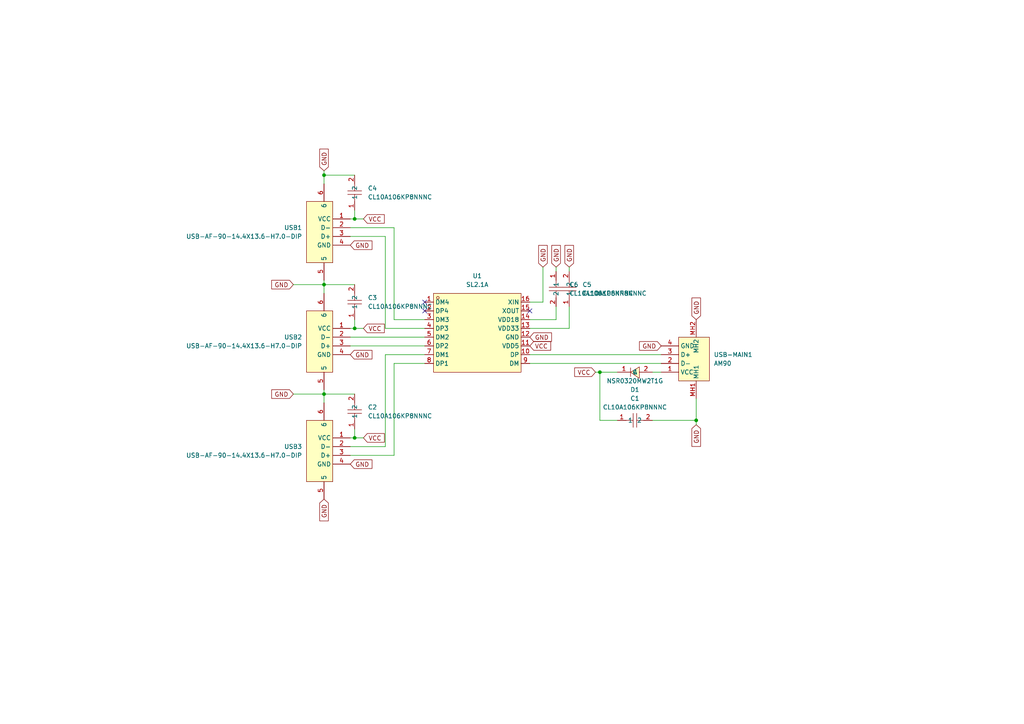
<source format=kicad_sch>
(kicad_sch (version 20230121) (generator eeschema)
  (paper "A4")
  (title_block (title "PolyUSB") (date "2023-12-31") (rev "1") (company "polypixeldev"))
  (lib_symbols
    (symbol "LCSC Components:AM90"
      (property "Reference" "USB" (at 0 17.78 0))
      (property "Value" "AM90" (at 0 -15.24 0))
      (symbol "AM90_0_1"
        (rectangle (start -3.81 7.62) (end 5.08 -5.08) (fill (type background)))
        (pin power_out line (at 10.16 5.08 180) (length 5.08) (name "VCC") (number "1"))
        (pin input line (at 10.16 2.54 180) (length 5.08) (name "D-") (number "2"))
        (pin output line (at 10.16 0 180) (length 5.08) (name "D+") (number "3"))
        (pin free line (at 10.16 -2.54 180) (length 5.08) (name "GND") (number "4"))
        (pin free line (at 0 12.7 270) (length 5.08) (name "MH1") (number "MH1"))
        (pin free line (at 0 -10.16 90) (length 5.08) (name "MH2") (number "MH2"))
      )
    )
    (symbol "LCSC Components:CL10A106KP8NNNC"
      (property "Reference" "C" (at 0 5.08 0))
      (property "Value" "CL10A106KP8NNNC" (at 0 -5.08 0))
      (symbol "CL10A106KP8NNNC_0_1"
        (polyline (pts (xy -0.51 -2.03) (xy -0.51 2.03)))
        (polyline (pts (xy -0.51 0) (xy -2.54 0)))
        (polyline (pts (xy 0.51 2.03) (xy 0.51 -2.03)))
        (polyline (pts (xy 2.54 0) (xy 0.51 0)))
        (pin free line (at -5.08 0 0) (length 2.54) (name "1") (number "1"))
        (pin free line (at 5.08 0 180) (length 2.54) (name "2") (number "2"))
      )
    )
    (symbol "LCSC Components:NSR0320MW2T1G"
      (property "Reference" "D" (at 0 5.08 0))
      (property "Value" "NSR0320MW2T1G" (at 0 -5.08 0))
      (symbol "NSR0320MW2T1G_0_1"
        (polyline (pts (xy -1.27 1.27) (xy -1.27 -1.27)))
        (polyline (pts (xy 1.27 1.52) (xy -1.27 0) (xy 1.27 -1.78) (xy 1.27 1.52)) (fill (type background)))
        (pin power_out line (at -5.08 0 0) (length 3.81) (name "C") (number "1"))
        (pin power_in line (at 5.08 0 180) (length 3.81) (name "A") (number "2"))
      )
    )
    (symbol "LCSC Components:SL2.1A"
      (property "Reference" "U" (at 0 13.97 0))
      (property "Value" "SL2.1A" (at 0 -13.97 0))
      (symbol "SL2.1A_0_1"
        (rectangle (start -12.7 11.43) (end 12.7 -11.43) (fill (type background)))
        (circle (center -11.43 10.16) (radius 0.38))
        (pin output line (at -15.24 8.89 0) (length 2.54) (name "DM4") (number "1"))
        (pin input line (at 15.24 -6.35 180) (length 2.54) (name "DP") (number "10"))
        (pin power_in line (at 15.24 -3.81 180) (length 2.54) (name "VDD5") (number "11"))
        (pin free line (at 15.24 -1.27 180) (length 2.54) (name "GND") (number "12"))
        (pin power_out line (at 15.24 1.27 180) (length 2.54) (name "VDD33") (number "13"))
        (pin power_out line (at 15.24 3.81 180) (length 2.54) (name "VDD18") (number "14"))
        (pin free line (at 15.24 6.35 180) (length 2.54) (name "XOUT") (number "15"))
        (pin output line (at 15.24 8.89 180) (length 2.54) (name "XIN") (number "16"))
        (pin input line (at -15.24 6.35 0) (length 2.54) (name "DP4") (number "2"))
        (pin output line (at -15.24 3.81 0) (length 2.54) (name "DM3") (number "3"))
        (pin input line (at -15.24 1.27 0) (length 2.54) (name "DP3") (number "4"))
        (pin output line (at -15.24 -1.27 0) (length 2.54) (name "DM2") (number "5"))
        (pin input line (at -15.24 -3.81 0) (length 2.54) (name "DP2") (number "6"))
        (pin output line (at -15.24 -6.35 0) (length 2.54) (name "DM1") (number "7"))
        (pin input line (at -15.24 -8.89 0) (length 2.54) (name "DP1") (number "8"))
        (pin output line (at 15.24 -8.89 180) (length 2.54) (name "DM") (number "9"))
      )
    )
    (symbol "LCSC Components:USB-AF-90-14.4X13.6-H7.0-DIP"
      (property "Reference" "USB" (at 0 7.62 0))
      (property "Value" "USB-AF-90-14.4X13.6-H7.0-DIP" (at 0 -10.16 0))
      (symbol "USB-AF-90-14.4X13.6-H7.0-DIP_0_1"
        (rectangle (start -7.62 7.62) (end 10.16 0) (fill (type background)))
        (pin power_in line (at 5.08 -5.08 90) (length 5.08) (name "VCC") (number "1"))
        (pin input line (at 2.54 -5.08 90) (length 5.08) (name "D-") (number "2"))
        (pin output line (at 0 -5.08 90) (length 5.08) (name "D+") (number "3"))
        (pin free line (at -2.54 -5.08 90) (length 5.08) (name "GND") (number "4"))
        (pin free line (at -12.7 2.54 0) (length 5.08) (name "5") (number "5"))
        (pin free line (at 15.24 2.54 180) (length 5.08) (name "6") (number "6"))
      )
    )
  )
  (junction (at 93.98 82.55))
  (junction (at 93.98 114.3))
  (junction (at 173.99 107.95))
  (junction (at 93.98 50.8))
  (junction (at 201.93 121.92))
  (junction (at 102.87 127))
  (junction (at 102.87 63.5))
  (junction (at 102.87 95.25))
  (no_connect (at 123.19 90.17))
  (no_connect (at 153.67 90.17))
  (no_connect (at 123.19 87.63))
  (wire (pts (xy 111.76 95.25) (xy 123.19 95.25)))
  (wire (pts (xy 111.76 102.87) (xy 123.19 102.87)))
  (wire (pts (xy 93.98 82.55) (xy 93.98 85.09)))
  (wire (pts (xy 102.87 95.25) (xy 101.6 95.25)))
  (wire (pts (xy 153.67 102.87) (xy 191.77 102.87)))
  (wire (pts (xy 85.09 114.3) (xy 93.98 114.3)))
  (wire (pts (xy 102.87 92.71) (xy 102.87 95.25)))
  (wire (pts (xy 114.3 66.04) (xy 114.3 92.71)))
  (wire (pts (xy 93.98 81.28) (xy 93.98 82.55)))
  (wire (pts (xy 153.67 92.71) (xy 161.29 92.71)))
  (wire (pts (xy 93.98 50.8) (xy 102.87 50.8)))
  (wire (pts (xy 201.93 123.19) (xy 201.93 121.92)))
  (wire (pts (xy 114.3 105.41) (xy 123.19 105.41)))
  (wire (pts (xy 179.07 121.92) (xy 173.99 121.92)))
  (wire (pts (xy 161.29 88.9) (xy 161.29 92.71)))
  (wire (pts (xy 153.67 87.63) (xy 157.48 87.63)))
  (wire (pts (xy 153.67 95.25) (xy 165.1 95.25)))
  (wire (pts (xy 93.98 50.8) (xy 93.98 53.34)))
  (wire (pts (xy 93.98 113.03) (xy 93.98 114.3)))
  (wire (pts (xy 102.87 127) (xy 101.6 127)))
  (wire (pts (xy 153.67 105.41) (xy 191.77 105.41)))
  (wire (pts (xy 101.6 129.54) (xy 111.76 129.54)))
  (wire (pts (xy 172.72 107.95) (xy 173.99 107.95)))
  (wire (pts (xy 93.98 114.3) (xy 102.87 114.3)))
  (wire (pts (xy 157.48 77.47) (xy 157.48 87.63)))
  (wire (pts (xy 114.3 132.08) (xy 114.3 105.41)))
  (wire (pts (xy 85.09 82.55) (xy 93.98 82.55)))
  (wire (pts (xy 105.41 127) (xy 102.87 127)))
  (wire (pts (xy 201.93 121.92) (xy 201.93 115.57)))
  (wire (pts (xy 101.6 132.08) (xy 114.3 132.08)))
  (wire (pts (xy 101.6 97.79) (xy 123.19 97.79)))
  (wire (pts (xy 93.98 82.55) (xy 102.87 82.55)))
  (wire (pts (xy 165.1 95.25) (xy 165.1 88.9)))
  (wire (pts (xy 165.1 77.47) (xy 165.1 78.74)))
  (wire (pts (xy 111.76 129.54) (xy 111.76 102.87)))
  (wire (pts (xy 114.3 92.71) (xy 123.19 92.71)))
  (wire (pts (xy 189.23 107.95) (xy 191.77 107.95)))
  (wire (pts (xy 189.23 121.92) (xy 201.93 121.92)))
  (wire (pts (xy 102.87 124.46) (xy 102.87 127)))
  (wire (pts (xy 101.6 66.04) (xy 114.3 66.04)))
  (wire (pts (xy 161.29 77.47) (xy 161.29 78.74)))
  (wire (pts (xy 173.99 107.95) (xy 179.07 107.95)))
  (wire (pts (xy 102.87 60.96) (xy 102.87 63.5)))
  (wire (pts (xy 105.41 63.5) (xy 102.87 63.5)))
  (wire (pts (xy 173.99 107.95) (xy 173.99 121.92)))
  (wire (pts (xy 93.98 114.3) (xy 93.98 116.84)))
  (wire (pts (xy 101.6 100.33) (xy 123.19 100.33)))
  (wire (pts (xy 93.98 49.53) (xy 93.98 50.8)))
  (wire (pts (xy 102.87 63.5) (xy 101.6 63.5)))
  (wire (pts (xy 101.6 68.58) (xy 111.76 68.58)))
  (wire (pts (xy 111.76 68.58) (xy 111.76 95.25)))
  (wire (pts (xy 105.41 95.25) (xy 102.87 95.25)))
  (global_label "GND" (shape input) (at 153.67 97.79 0) (property "Intersheetrefs" "${INTERSHEET_REFS}" (effects hide)))
  (global_label "GND" (shape input) (at 101.6 102.87 0) (property "Intersheetrefs" "${INTERSHEET_REFS}" (effects hide)))
  (global_label "GND" (shape input) (at 161.29 77.47 90) (property "Intersheetrefs" "${INTERSHEET_REFS}" (effects hide)))
  (global_label "GND" (shape input) (at 191.77 100.33 180) (property "Intersheetrefs" "${INTERSHEET_REFS}" (effects hide)))
  (global_label "GND" (shape input) (at 157.48 77.47 90) (property "Intersheetrefs" "${INTERSHEET_REFS}" (effects hide)))
  (global_label "VCC" (shape input) (at 105.41 127 0) (property "Intersheetrefs" "${INTERSHEET_REFS}" (effects hide)))
  (global_label "VCC" (shape input) (at 153.67 100.33 0) (property "Intersheetrefs" "${INTERSHEET_REFS}" (effects hide)))
  (global_label "VCC" (shape input) (at 105.41 63.5 0) (property "Intersheetrefs" "${INTERSHEET_REFS}" (effects hide)))
  (global_label "GND" (shape input) (at 85.09 82.55 180) (property "Intersheetrefs" "${INTERSHEET_REFS}" (effects hide)))
  (global_label "GND" (shape input) (at 165.1 77.47 90) (property "Intersheetrefs" "${INTERSHEET_REFS}" (effects hide)))
  (global_label "GND" (shape input) (at 201.93 123.19 270) (property "Intersheetrefs" "${INTERSHEET_REFS}" (effects hide)))
  (global_label "GND" (shape input) (at 93.98 49.53 90) (property "Intersheetrefs" "${INTERSHEET_REFS}" (effects hide)))
  (global_label "VCC" (shape input) (at 172.72 107.95 180) (property "Intersheetrefs" "${INTERSHEET_REFS}" (effects hide)))
  (global_label "GND" (shape input) (at 101.6 71.12 0) (property "Intersheetrefs" "${INTERSHEET_REFS}" (effects hide)))
  (global_label "GND" (shape input) (at 85.09 114.3 180) (property "Intersheetrefs" "${INTERSHEET_REFS}" (effects hide)))
  (global_label "GND" (shape input) (at 101.6 134.62 0) (property "Intersheetrefs" "${INTERSHEET_REFS}" (effects hide)))
  (global_label "GND" (shape input) (at 93.98 144.78 270) (property "Intersheetrefs" "${INTERSHEET_REFS}" (effects hide)))
  (global_label "VCC" (shape input) (at 105.41 95.25 0) (property "Intersheetrefs" "${INTERSHEET_REFS}" (effects hide)))
  (global_label "GND" (shape input) (at 201.93 92.71 90) (property "Intersheetrefs" "${INTERSHEET_REFS}" (effects hide)))
  (symbol (lib_id "LCSC Components:CL10A106KP8NNNC") (at 161.29 83.82 270) (unit 1)
    (property "Reference" "C6" (at 165.1 82.55 90) (effects (justify left)))
    (property "Value" "CL10A106KP8NNNC" (at 165.1 85.09 90) (effects (justify left)))
    (property "Footprint" "easyeda2kicad:C0603" (effects hide))
    (property "Datasheet" "https://lcsc.com/product-detail/Multilayer-Ceramic-Capacitors-MLCC-SMD-SMT_SAMSUNG_CL10A106KP8NNNC_10uF-106-10-10V_C19702.html" (effects hide))
    (property "LCSC Part" "C19702" (effects hide))
  )
  (symbol (lib_id "LCSC Components:AM90") (at 201.93 102.87 180) (unit 1)
    (property "Reference" "USB-MAIN1" (at 207.01 102.87 0) (effects (justify right)))
    (property "Value" "AM90" (at 207.01 105.41 0) (effects (justify right)))
    (property "Footprint" "easyeda2kicad:USB-AM-TH_AM90" (effects hide))
    (property "LCSC Part" "C404965" (effects hide))
  )
  (symbol (lib_id "LCSC Components:CL10A106KP8NNNC") (at 184.15 121.92 0) (unit 1)
    (property "Reference" "C1" (at 184.15 115.57 0))
    (property "Value" "CL10A106KP8NNNC" (at 184.15 118.11 0))
    (property "Footprint" "easyeda2kicad:C0603" (effects hide))
    (property "Datasheet" "https://lcsc.com/product-detail/Multilayer-Ceramic-Capacitors-MLCC-SMD-SMT_SAMSUNG_CL10A106KP8NNNC_10uF-106-10-10V_C19702.html" (effects hide))
    (property "LCSC Part" "C19702" (effects hide))
  )
  (symbol (lib_id "LCSC Components:CL10A106KP8NNNC") (at 102.87 55.88 90) (unit 1)
    (property "Reference" "C4" (at 106.68 54.61 90) (effects (justify right)))
    (property "Value" "CL10A106KP8NNNC" (at 106.68 57.15 90) (effects (justify right)))
    (property "Footprint" "easyeda2kicad:C0603" (effects hide))
    (property "Datasheet" "https://lcsc.com/product-detail/Multilayer-Ceramic-Capacitors-MLCC-SMD-SMT_SAMSUNG_CL10A106KP8NNNC_10uF-106-10-10V_C19702.html" (effects hide))
    (property "LCSC Part" "C19702" (effects hide))
  )
  (symbol (lib_id "LCSC Components:USB-AF-90-14.4X13.6-H7.0-DIP") (at 96.52 100.33 90) (unit 1)
    (property "Reference" "USB2" (at 87.63 97.79 90) (effects (justify left)))
    (property "Value" "USB-AF-90-14.4X13.6-H7.0-DIP" (at 87.63 100.33 90) (effects (justify left)))
    (property "Footprint" "easyeda2kicad:USB-A-TH_C46407" (effects hide))
    (property "Datasheet" "https://lcsc.com/product-detail/USB-Connectors_A-F90-White-plastic-Not-high-temperature_C46407.html" (effects hide))
    (property "LCSC Part" "C46407" (effects hide))
  )
  (symbol (lib_id "LCSC Components:CL10A106KP8NNNC") (at 165.1 83.82 90) (unit 1)
    (property "Reference" "C5" (at 168.91 82.55 90) (effects (justify right)))
    (property "Value" "CL10A106KP8NNNC" (at 168.91 85.09 90) (effects (justify right)))
    (property "Footprint" "easyeda2kicad:C0603" (effects hide))
    (property "Datasheet" "https://lcsc.com/product-detail/Multilayer-Ceramic-Capacitors-MLCC-SMD-SMT_SAMSUNG_CL10A106KP8NNNC_10uF-106-10-10V_C19702.html" (effects hide))
    (property "LCSC Part" "C19702" (effects hide))
  )
  (symbol (lib_id "LCSC Components:USB-AF-90-14.4X13.6-H7.0-DIP") (at 96.52 68.58 90) (unit 1)
    (property "Reference" "USB1" (at 87.63 66.04 90) (effects (justify left)))
    (property "Value" "USB-AF-90-14.4X13.6-H7.0-DIP" (at 87.63 68.58 90) (effects (justify left)))
    (property "Footprint" "easyeda2kicad:USB-A-TH_C46407" (effects hide))
    (property "Datasheet" "https://lcsc.com/product-detail/USB-Connectors_A-F90-White-plastic-Not-high-temperature_C46407.html" (effects hide))
    (property "LCSC Part" "C46407" (effects hide))
  )
  (symbol (lib_id "LCSC Components:NSR0320MW2T1G") (at 184.15 107.95 0) (unit 1)
    (property "Reference" "D1" (at 184.15 113.03 0))
    (property "Value" "NSR0320MW2T1G" (at 184.15 110.49 0))
    (property "Footprint" "easyeda2kicad:SOD-323_L1.8-W1.3-LS2.5-RD" (effects hide))
    (property "Datasheet" "https://lcsc.com/product-detail/Schottky-Barrier-Diodes-SBD_ON_NSR0320MW2T1G_NSR0320MW2T1G_C48192.html" (effects hide))
    (property "LCSC Part" "C48192" (effects hide))
  )
  (symbol (lib_id "LCSC Components:CL10A106KP8NNNC") (at 102.87 87.63 90) (unit 1)
    (property "Reference" "C3" (at 106.68 86.36 90) (effects (justify right)))
    (property "Value" "CL10A106KP8NNNC" (at 106.68 88.9 90) (effects (justify right)))
    (property "Footprint" "easyeda2kicad:C0603" (effects hide))
    (property "Datasheet" "https://lcsc.com/product-detail/Multilayer-Ceramic-Capacitors-MLCC-SMD-SMT_SAMSUNG_CL10A106KP8NNNC_10uF-106-10-10V_C19702.html" (effects hide))
    (property "LCSC Part" "C19702" (effects hide))
  )
  (symbol (lib_id "LCSC Components:SL2.1A") (at 138.43 96.52 0) (unit 1)
    (property "Reference" "U1" (at 138.43 80.01 0))
    (property "Value" "SL2.1A" (at 138.43 82.55 0))
    (property "Footprint" "easyeda2kicad:SOP-16_L10.0-W3.9-P1.27-LS6.0-BL" (effects hide))
    (property "Datasheet" "https://lcsc.com/product-detail/Others_CoreChips-SL2-1A_C192893.html" (effects hide))
    (property "LCSC Part" "C192893" (effects hide))
  )
  (symbol (lib_id "LCSC Components:USB-AF-90-14.4X13.6-H7.0-DIP") (at 96.52 132.08 90) (unit 1)
    (property "Reference" "USB3" (at 87.63 129.54 90) (effects (justify left)))
    (property "Value" "USB-AF-90-14.4X13.6-H7.0-DIP" (at 87.63 132.08 90) (effects (justify left)))
    (property "Footprint" "easyeda2kicad:USB-A-TH_C46407" (effects hide))
    (property "Datasheet" "https://lcsc.com/product-detail/USB-Connectors_A-F90-White-plastic-Not-high-temperature_C46407.html" (effects hide))
    (property "LCSC Part" "C46407" (effects hide))
  )
  (symbol (lib_id "LCSC Components:CL10A106KP8NNNC") (at 102.87 119.38 90) (unit 1)
    (property "Reference" "C2" (at 106.68 118.11 90) (effects (justify right)))
    (property "Value" "CL10A106KP8NNNC" (at 106.68 120.65 90) (effects (justify right)))
    (property "Footprint" "easyeda2kicad:C0603" (effects hide))
    (property "Datasheet" "https://lcsc.com/product-detail/Multilayer-Ceramic-Capacitors-MLCC-SMD-SMT_SAMSUNG_CL10A106KP8NNNC_10uF-106-10-10V_C19702.html" (effects hide))
    (property "LCSC Part" "C19702" (effects hide))
  )
)
</source>
